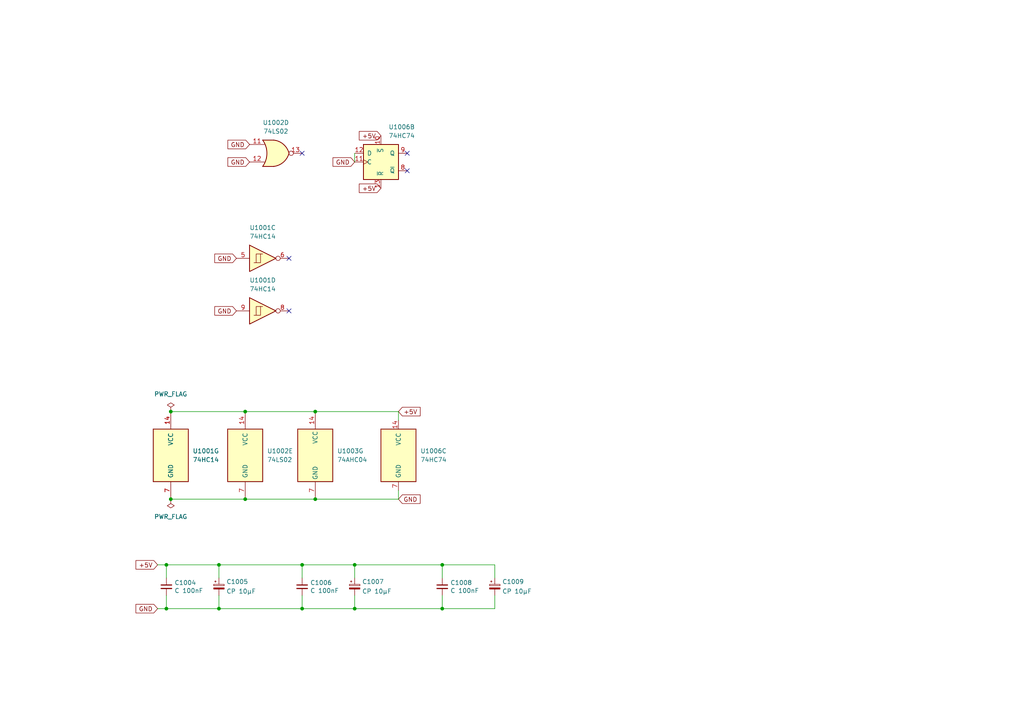
<source format=kicad_sch>
(kicad_sch (version 20231120) (generator "eeschema") (generator_version "8.0")
  (paper "A4")
  (title_block (title "Myth Microcontroller Project") (date "2024-09-21") (rev "1") (company "Picwok.com") (comment 1 "Project Contact: mim@ok-schalter.de (Michael)") (comment 2 "Author: Copyr. 2024 Michael Mangelsdorf/Dosflange@github") (comment 3 "Input-Output Module") (comment 4 "Glue Logic / Spare Units"))
  (lib_symbols
    (symbol "74xx:74AHC04"
      (property "Reference" "U" (at 0 1.27 0))
      (property "Value" "74AHC04" (at 0 -1.27 0))
      (symbol "74AHC04_1_0"
        (polyline (pts (xy -3.81 3.81) (xy -3.81 -3.81) (xy 3.81 0) (xy -3.81 3.81)) (stroke (width 0.254)) (fill (type background)))
        (pin input line (at -7.62 0 0) (length 3.81) (name "~") (number "1"))
        (pin output inverted (at 7.62 0 180) (length 3.81) (name "~") (number "2"))
      )
      (symbol "74AHC04_2_0"
        (polyline (pts (xy -3.81 3.81) (xy -3.81 -3.81) (xy 3.81 0) (xy -3.81 3.81)) (stroke (width 0.254)) (fill (type background)))
        (pin input line (at -7.62 0 0) (length 3.81) (name "~") (number "3"))
        (pin output inverted (at 7.62 0 180) (length 3.81) (name "~") (number "4"))
      )
      (symbol "74AHC04_3_0"
        (polyline (pts (xy -3.81 3.81) (xy -3.81 -3.81) (xy 3.81 0) (xy -3.81 3.81)) (stroke (width 0.254)) (fill (type background)))
        (pin input line (at -7.62 0 0) (length 3.81) (name "~") (number "5"))
        (pin output inverted (at 7.62 0 180) (length 3.81) (name "~") (number "6"))
      )
      (symbol "74AHC04_4_0"
        (polyline (pts (xy -3.81 3.81) (xy -3.81 -3.81) (xy 3.81 0) (xy -3.81 3.81)) (stroke (width 0.254)) (fill (type background)))
        (pin output inverted (at 7.62 0 180) (length 3.81) (name "~") (number "8"))
        (pin input line (at -7.62 0 0) (length 3.81) (name "~") (number "9"))
      )
      (symbol "74AHC04_5_0"
        (polyline (pts (xy -3.81 3.81) (xy -3.81 -3.81) (xy 3.81 0) (xy -3.81 3.81)) (stroke (width 0.254)) (fill (type background)))
        (pin output inverted (at 7.62 0 180) (length 3.81) (name "~") (number "10"))
        (pin input line (at -7.62 0 0) (length 3.81) (name "~") (number "11"))
      )
      (symbol "74AHC04_6_0"
        (polyline (pts (xy -3.81 3.81) (xy -3.81 -3.81) (xy 3.81 0) (xy -3.81 3.81)) (stroke (width 0.254)) (fill (type background)))
        (pin output inverted (at 7.62 0 180) (length 3.81) (name "~") (number "12"))
        (pin input line (at -7.62 0 0) (length 3.81) (name "~") (number "13"))
      )
      (symbol "74AHC04_7_0"
        (pin power_in line (at 0 12.7 270) (length 5.08) (name "VCC") (number "14"))
        (pin power_in line (at 0 -12.7 90) (length 5.08) (name "GND") (number "7"))
      )
      (symbol "74AHC04_7_1"
        (rectangle (start -5.08 7.62) (end 5.08 -7.62) (stroke (width 0.254)) (fill (type background)))
      )
    )
    (symbol "74xx:74HC14" (pin_names (offset 1.016))
      (property "Reference" "U" (at 0 1.27 0))
      (property "Value" "74HC14" (at 0 -1.27 0))
      (symbol "74HC14_1_0"
        (polyline (pts (xy -3.81 3.81) (xy -3.81 -3.81) (xy 3.81 0) (xy -3.81 3.81)) (stroke (width 0.254)) (fill (type background)))
        (pin input line (at -7.62 0 0) (length 3.81) (name "~") (number "1"))
        (pin output inverted (at 7.62 0 180) (length 3.81) (name "~") (number "2"))
      )
      (symbol "74HC14_1_1"
        (polyline (pts (xy -1.905 -1.27) (xy -1.905 1.27) (xy -0.635 1.27)))
        (polyline (pts (xy -2.54 -1.27) (xy -0.635 -1.27) (xy -0.635 1.27) (xy 0 1.27)))
      )
      (symbol "74HC14_2_0"
        (polyline (pts (xy -3.81 3.81) (xy -3.81 -3.81) (xy 3.81 0) (xy -3.81 3.81)) (stroke (width 0.254)) (fill (type background)))
        (pin input line (at -7.62 0 0) (length 3.81) (name "~") (number "3"))
        (pin output inverted (at 7.62 0 180) (length 3.81) (name "~") (number "4"))
      )
      (symbol "74HC14_2_1"
        (polyline (pts (xy -1.905 -1.27) (xy -1.905 1.27) (xy -0.635 1.27)))
        (polyline (pts (xy -2.54 -1.27) (xy -0.635 -1.27) (xy -0.635 1.27) (xy 0 1.27)))
      )
      (symbol "74HC14_3_0"
        (polyline (pts (xy -3.81 3.81) (xy -3.81 -3.81) (xy 3.81 0) (xy -3.81 3.81)) (stroke (width 0.254)) (fill (type background)))
        (pin input line (at -7.62 0 0) (length 3.81) (name "~") (number "5"))
        (pin output inverted (at 7.62 0 180) (length 3.81) (name "~") (number "6"))
      )
      (symbol "74HC14_3_1"
        (polyline (pts (xy -1.905 -1.27) (xy -1.905 1.27) (xy -0.635 1.27)))
        (polyline (pts (xy -2.54 -1.27) (xy -0.635 -1.27) (xy -0.635 1.27) (xy 0 1.27)))
      )
      (symbol "74HC14_4_0"
        (polyline (pts (xy -3.81 3.81) (xy -3.81 -3.81) (xy 3.81 0) (xy -3.81 3.81)) (stroke (width 0.254)) (fill (type background)))
        (pin output inverted (at 7.62 0 180) (length 3.81) (name "~") (number "8"))
        (pin input line (at -7.62 0 0) (length 3.81) (name "~") (number "9"))
      )
      (symbol "74HC14_4_1"
        (polyline (pts (xy -1.905 -1.27) (xy -1.905 1.27) (xy -0.635 1.27)))
        (polyline (pts (xy -2.54 -1.27) (xy -0.635 -1.27) (xy -0.635 1.27) (xy 0 1.27)))
      )
      (symbol "74HC14_5_0"
        (polyline (pts (xy -3.81 3.81) (xy -3.81 -3.81) (xy 3.81 0) (xy -3.81 3.81)) (stroke (width 0.254)) (fill (type background)))
        (pin output inverted (at 7.62 0 180) (length 3.81) (name "~") (number "10"))
        (pin input line (at -7.62 0 0) (length 3.81) (name "~") (number "11"))
      )
      (symbol "74HC14_5_1"
        (polyline (pts (xy -1.905 -1.27) (xy -1.905 1.27) (xy -0.635 1.27)))
        (polyline (pts (xy -2.54 -1.27) (xy -0.635 -1.27) (xy -0.635 1.27) (xy 0 1.27)))
      )
      (symbol "74HC14_6_0"
        (polyline (pts (xy -3.81 3.81) (xy -3.81 -3.81) (xy 3.81 0) (xy -3.81 3.81)) (stroke (width 0.254)) (fill (type background)))
        (pin output inverted (at 7.62 0 180) (length 3.81) (name "~") (number "12"))
        (pin input line (at -7.62 0 0) (length 3.81) (name "~") (number "13"))
      )
      (symbol "74HC14_6_1"
        (polyline (pts (xy -1.905 -1.27) (xy -1.905 1.27) (xy -0.635 1.27)))
        (polyline (pts (xy -2.54 -1.27) (xy -0.635 -1.27) (xy -0.635 1.27) (xy 0 1.27)))
      )
      (symbol "74HC14_7_0"
        (pin power_in line (at 0 12.7 270) (length 5.08) (name "VCC") (number "14"))
        (pin power_in line (at 0 -12.7 90) (length 5.08) (name "GND") (number "7"))
      )
      (symbol "74HC14_7_1"
        (rectangle (start -5.08 7.62) (end 5.08 -7.62) (stroke (width 0.254)) (fill (type background)))
      )
    )
    (symbol "74xx:74HC74" (pin_names (offset 1.016))
      (property "Reference" "U" (at -7.62 8.89 0))
      (property "Value" "74HC74" (at -7.62 -8.89 0))
      (symbol "74HC74_1_0"
        (pin input line (at 0 -7.62 90) (length 2.54) (name "~{R}") (number "1"))
        (pin input line (at -7.62 2.54 0) (length 2.54) (name "D") (number "2"))
        (pin input clock (at -7.62 0 0) (length 2.54) (name "C") (number "3"))
        (pin input line (at 0 7.62 270) (length 2.54) (name "~{S}") (number "4"))
        (pin output line (at 7.62 2.54 180) (length 2.54) (name "Q") (number "5"))
        (pin output line (at 7.62 -2.54 180) (length 2.54) (name "~{Q}") (number "6"))
      )
      (symbol "74HC74_1_1"
        (rectangle (start -5.08 5.08) (end 5.08 -5.08) (stroke (width 0.254)) (fill (type background)))
      )
      (symbol "74HC74_2_0"
        (pin input line (at 0 7.62 270) (length 2.54) (name "~{S}") (number "10"))
        (pin input clock (at -7.62 0 0) (length 2.54) (name "C") (number "11"))
        (pin input line (at -7.62 2.54 0) (length 2.54) (name "D") (number "12"))
        (pin input line (at 0 -7.62 90) (length 2.54) (name "~{R}") (number "13"))
        (pin output line (at 7.62 -2.54 180) (length 2.54) (name "~{Q}") (number "8"))
        (pin output line (at 7.62 2.54 180) (length 2.54) (name "Q") (number "9"))
      )
      (symbol "74HC74_2_1"
        (rectangle (start -5.08 5.08) (end 5.08 -5.08) (stroke (width 0.254)) (fill (type background)))
      )
      (symbol "74HC74_3_0"
        (pin power_in line (at 0 10.16 270) (length 2.54) (name "VCC") (number "14"))
        (pin power_in line (at 0 -10.16 90) (length 2.54) (name "GND") (number "7"))
      )
      (symbol "74HC74_3_1"
        (rectangle (start -5.08 7.62) (end 5.08 -7.62) (stroke (width 0.254)) (fill (type background)))
      )
    )
    (symbol "74xx:74LS02" (pin_names (offset 1.016))
      (property "Reference" "U" (at 0 1.27 0))
      (property "Value" "74LS02" (at 0 -1.27 0))
      (symbol "74LS02_1_1"
        (arc (start -3.81 -3.81) (mid -2.589 0) (end -3.81 3.81) (stroke (width 0.254)))
        (arc (start -0.6096 -3.81) (mid 2.1855 -2.584) (end 3.81 0) (stroke (width 0.254)) (fill (type background)))
        (polyline (pts (xy -3.81 -3.81) (xy -0.635 -3.81)) (stroke (width 0.254)) (fill (type background)))
        (polyline (pts (xy -3.81 3.81) (xy -0.635 3.81)) (stroke (width 0.254)) (fill (type background)))
        (polyline (pts (xy -0.635 3.81) (xy -3.81 3.81) (xy -3.81 3.81) (xy -3.556 3.4036) (xy -3.0226 2.2606) (xy -2.6924 1.0414) (xy -2.6162 -0.254) (xy -2.7686 -1.4986) (xy -3.175 -2.7178) (xy -3.81 -3.81) (xy -3.81 -3.81) (xy -0.635 -3.81)) (stroke (width -25.4)) (fill (type background)))
        (arc (start 3.81 0) (mid 2.1928 2.5925) (end -0.6096 3.81) (stroke (width 0.254)) (fill (type background)))
        (pin output inverted (at 7.62 0 180) (length 3.81) (name "~") (number "1"))
        (pin input line (at -7.62 2.54 0) (length 4.318) (name "~") (number "2"))
        (pin input line (at -7.62 -2.54 0) (length 4.318) (name "~") (number "3"))
      )
      (symbol "74LS02_1_2"
        (arc (start 0 -3.81) (mid 3.7934 0) (end 0 3.81) (stroke (width 0.254)) (fill (type background)))
        (polyline (pts (xy 0 3.81) (xy -3.81 3.81) (xy -3.81 -3.81) (xy 0 -3.81)) (stroke (width 0.254)) (fill (type background)))
        (pin output line (at 7.62 0 180) (length 3.81) (name "~") (number "1"))
        (pin input inverted (at -7.62 2.54 0) (length 3.81) (name "~") (number "2"))
        (pin input inverted (at -7.62 -2.54 0) (length 3.81) (name "~") (number "3"))
      )
      (symbol "74LS02_2_1"
        (arc (start -3.81 -3.81) (mid -2.589 0) (end -3.81 3.81) (stroke (width 0.254)))
        (arc (start -0.6096 -3.81) (mid 2.1855 -2.584) (end 3.81 0) (stroke (width 0.254)) (fill (type background)))
        (polyline (pts (xy -3.81 -3.81) (xy -0.635 -3.81)) (stroke (width 0.254)) (fill (type background)))
        (polyline (pts (xy -3.81 3.81) (xy -0.635 3.81)) (stroke (width 0.254)) (fill (type background)))
        (polyline (pts (xy -0.635 3.81) (xy -3.81 3.81) (xy -3.81 3.81) (xy -3.556 3.4036) (xy -3.0226 2.2606) (xy -2.6924 1.0414) (xy -2.6162 -0.254) (xy -2.7686 -1.4986) (xy -3.175 -2.7178) (xy -3.81 -3.81) (xy -3.81 -3.81) (xy -0.635 -3.81)) (stroke (width -25.4)) (fill (type background)))
        (arc (start 3.81 0) (mid 2.1928 2.5925) (end -0.6096 3.81) (stroke (width 0.254)) (fill (type background)))
        (pin output inverted (at 7.62 0 180) (length 3.81) (name "~") (number "4"))
        (pin input line (at -7.62 2.54 0) (length 4.318) (name "~") (number "5"))
        (pin input line (at -7.62 -2.54 0) (length 4.318) (name "~") (number "6"))
      )
      (symbol "74LS02_2_2"
        (arc (start 0 -3.81) (mid 3.7934 0) (end 0 3.81) (stroke (width 0.254)) (fill (type background)))
        (polyline (pts (xy 0 3.81) (xy -3.81 3.81) (xy -3.81 -3.81) (xy 0 -3.81)) (stroke (width 0.254)) (fill (type background)))
        (pin output line (at 7.62 0 180) (length 3.81) (name "~") (number "4"))
        (pin input inverted (at -7.62 2.54 0) (length 3.81) (name "~") (number "5"))
        (pin input inverted (at -7.62 -2.54 0) (length 3.81) (name "~") (number "6"))
      )
      (symbol "74LS02_3_1"
        (arc (start -3.81 -3.81) (mid -2.589 0) (end -3.81 3.81) (stroke (width 0.254)))
        (arc (start -0.6096 -3.81) (mid 2.1855 -2.584) (end 3.81 0) (stroke (width 0.254)) (fill (type background)))
        (polyline (pts (xy -3.81 -3.81) (xy -0.635 -3.81)) (stroke (width 0.254)) (fill (type background)))
        (polyline (pts (xy -3.81 3.81) (xy -0.635 3.81)) (stroke (width 0.254)) (fill (type background)))
        (polyline (pts (xy -0.635 3.81) (xy -3.81 3.81) (xy -3.81 3.81) (xy -3.556 3.4036) (xy -3.0226 2.2606) (xy -2.6924 1.0414) (xy -2.6162 -0.254) (xy -2.7686 -1.4986) (xy -3.175 -2.7178) (xy -3.81 -3.81) (xy -3.81 -3.81) (xy -0.635 -3.81)) (stroke (width -25.4)) (fill (type background)))
        (arc (start 3.81 0) (mid 2.1928 2.5925) (end -0.6096 3.81) (stroke (width 0.254)) (fill (type background)))
        (pin output inverted (at 7.62 0 180) (length 3.81) (name "~") (number "10"))
        (pin input line (at -7.62 2.54 0) (length 4.318) (name "~") (number "8"))
        (pin input line (at -7.62 -2.54 0) (length 4.318) (name "~") (number "9"))
      )
      (symbol "74LS02_3_2"
        (arc (start 0 -3.81) (mid 3.7934 0) (end 0 3.81) (stroke (width 0.254)) (fill (type background)))
        (polyline (pts (xy 0 3.81) (xy -3.81 3.81) (xy -3.81 -3.81) (xy 0 -3.81)) (stroke (width 0.254)) (fill (type background)))
        (pin output line (at 7.62 0 180) (length 3.81) (name "~") (number "10"))
        (pin input inverted (at -7.62 2.54 0) (length 3.81) (name "~") (number "8"))
        (pin input inverted (at -7.62 -2.54 0) (length 3.81) (name "~") (number "9"))
      )
      (symbol "74LS02_4_1"
        (arc (start -3.81 -3.81) (mid -2.589 0) (end -3.81 3.81) (stroke (width 0.254)))
        (arc (start -0.6096 -3.81) (mid 2.1855 -2.584) (end 3.81 0) (stroke (width 0.254)) (fill (type background)))
        (polyline (pts (xy -3.81 -3.81) (xy -0.635 -3.81)) (stroke (width 0.254)) (fill (type background)))
        (polyline (pts (xy -3.81 3.81) (xy -0.635 3.81)) (stroke (width 0.254)) (fill (type background)))
        (polyline (pts (xy -0.635 3.81) (xy -3.81 3.81) (xy -3.81 3.81) (xy -3.556 3.4036) (xy -3.0226 2.2606) (xy -2.6924 1.0414) (xy -2.6162 -0.254) (xy -2.7686 -1.4986) (xy -3.175 -2.7178) (xy -3.81 -3.81) (xy -3.81 -3.81) (xy -0.635 -3.81)) (stroke (width -25.4)) (fill (type background)))
        (arc (start 3.81 0) (mid 2.1928 2.5925) (end -0.6096 3.81) (stroke (width 0.254)) (fill (type background)))
        (pin input line (at -7.62 2.54 0) (length 4.318) (name "~") (number "11"))
        (pin input line (at -7.62 -2.54 0) (length 4.318) (name "~") (number "12"))
        (pin output inverted (at 7.62 0 180) (length 3.81) (name "~") (number "13"))
      )
      (symbol "74LS02_4_2"
        (arc (start 0 -3.81) (mid 3.7934 0) (end 0 3.81) (stroke (width 0.254)) (fill (type background)))
        (polyline (pts (xy 0 3.81) (xy -3.81 3.81) (xy -3.81 -3.81) (xy 0 -3.81)) (stroke (width 0.254)) (fill (type background)))
        (pin input inverted (at -7.62 2.54 0) (length 3.81) (name "~") (number "11"))
        (pin input inverted (at -7.62 -2.54 0) (length 3.81) (name "~") (number "12"))
        (pin output line (at 7.62 0 180) (length 3.81) (name "~") (number "13"))
      )
      (symbol "74LS02_5_0"
        (pin power_in line (at 0 12.7 270) (length 5.08) (name "VCC") (number "14"))
        (pin power_in line (at 0 -12.7 90) (length 5.08) (name "GND") (number "7"))
      )
      (symbol "74LS02_5_1"
        (rectangle (start -5.08 7.62) (end 5.08 -7.62) (stroke (width 0.254)) (fill (type background)))
      )
    )
    (symbol "Device:C_Polarized_Small" (pin_numbers hide) (pin_names (offset 0.254) hide)
      (property "Reference" "C" (at 0.254 1.778 0))
      (property "Value" "C_Polarized_Small" (at 0.254 -2.032 0))
      (symbol "C_Polarized_Small_0_1"
        (rectangle (start -1.524 -0.3048) (end 1.524 -0.6858) (fill (type outline)))
        (rectangle (start -1.524 0.6858) (end 1.524 0.3048))
        (polyline (pts (xy -1.27 1.524) (xy -0.762 1.524)))
        (polyline (pts (xy -1.016 1.27) (xy -1.016 1.778)))
      )
      (symbol "C_Polarized_Small_1_1"
        (pin passive line (at 0 2.54 270) (length 1.8542) (name "~") (number "1"))
        (pin passive line (at 0 -2.54 90) (length 1.8542) (name "~") (number "2"))
      )
    )
    (symbol "Device:C_Small" (pin_numbers hide) (pin_names (offset 0.254) hide)
      (property "Reference" "C" (at 0.254 1.778 0))
      (property "Value" "C_Small" (at 0.254 -2.032 0))
      (symbol "C_Small_0_1"
        (polyline (pts (xy -1.524 -0.508) (xy 1.524 -0.508)) (stroke (width 0.3302)))
        (polyline (pts (xy -1.524 0.508) (xy 1.524 0.508)) (stroke (width 0.3048)))
      )
      (symbol "C_Small_1_1"
        (pin passive line (at 0 2.54 270) (length 2.032) (name "~") (number "1"))
        (pin passive line (at 0 -2.54 90) (length 2.032) (name "~") (number "2"))
      )
    )
    (symbol "power:PWR_FLAG" (power) (pin_numbers hide) (pin_names (offset 0) hide)
      (property "Value" "PWR_FLAG" (at 0 3.81 0))
      (symbol "PWR_FLAG_0_0"
        (pin power_out line (at 0 0 90) (length 0) (name "~") (number "1"))
      )
      (symbol "PWR_FLAG_0_1"
        (polyline (pts (xy 0 0) (xy 0 1.27) (xy -1.016 1.905) (xy 0 2.54) (xy 1.016 1.905) (xy 0 1.27)))
      )
    )
  )
  (junction (at 102.87 163.83))
  (junction (at 71.12 144.78))
  (junction (at 48.26 176.53))
  (junction (at 49.53 119.38))
  (junction (at 63.5 176.53))
  (junction (at 128.27 176.53))
  (junction (at 63.5 163.83))
  (junction (at 91.44 119.38))
  (junction (at 91.44 144.78))
  (junction (at 71.12 119.38))
  (junction (at 102.87 176.53))
  (junction (at 49.53 144.78))
  (junction (at 87.63 176.53))
  (junction (at 128.27 163.83))
  (junction (at 87.63 163.83))
  (junction (at 48.26 163.83))
  (no_connect (at 118.11 49.53))
  (no_connect (at 118.11 44.45))
  (no_connect (at 83.82 90.17))
  (no_connect (at 87.63 44.45))
  (no_connect (at 83.82 74.93))
  (wire (pts (xy 87.63 176.53) (xy 102.87 176.53)))
  (wire (pts (xy 49.53 144.78) (xy 71.12 144.78)))
  (wire (pts (xy 115.57 119.38) (xy 115.57 121.92)))
  (wire (pts (xy 128.27 172.72) (xy 128.27 176.53)))
  (wire (pts (xy 48.26 167.64) (xy 48.26 163.83)))
  (wire (pts (xy 91.44 119.38) (xy 115.57 119.38)))
  (wire (pts (xy 87.63 163.83) (xy 102.87 163.83)))
  (wire (pts (xy 128.27 167.64) (xy 128.27 163.83)))
  (wire (pts (xy 49.53 119.38) (xy 71.12 119.38)))
  (wire (pts (xy 91.44 144.78) (xy 115.57 144.78)))
  (wire (pts (xy 63.5 176.53) (xy 87.63 176.53)))
  (wire (pts (xy 87.63 172.72) (xy 87.63 176.53)))
  (wire (pts (xy 63.5 163.83) (xy 87.63 163.83)))
  (wire (pts (xy 63.5 167.64) (xy 63.5 163.83)))
  (wire (pts (xy 143.51 172.72) (xy 143.51 176.53)))
  (wire (pts (xy 48.26 172.72) (xy 48.26 176.53)))
  (wire (pts (xy 48.26 176.53) (xy 63.5 176.53)))
  (wire (pts (xy 45.72 163.83) (xy 48.26 163.83)))
  (wire (pts (xy 71.12 144.78) (xy 91.44 144.78)))
  (wire (pts (xy 102.87 172.72) (xy 102.87 176.53)))
  (wire (pts (xy 102.87 44.45) (xy 102.87 46.99)))
  (wire (pts (xy 128.27 176.53) (xy 143.51 176.53)))
  (wire (pts (xy 63.5 172.72) (xy 63.5 176.53)))
  (wire (pts (xy 87.63 167.64) (xy 87.63 163.83)))
  (wire (pts (xy 45.72 176.53) (xy 48.26 176.53)))
  (wire (pts (xy 115.57 142.24) (xy 115.57 144.78)))
  (wire (pts (xy 71.12 119.38) (xy 91.44 119.38)))
  (wire (pts (xy 102.87 167.64) (xy 102.87 163.83)))
  (wire (pts (xy 143.51 167.64) (xy 143.51 163.83)))
  (wire (pts (xy 102.87 163.83) (xy 128.27 163.83)))
  (wire (pts (xy 48.26 163.83) (xy 63.5 163.83)))
  (wire (pts (xy 128.27 163.83) (xy 143.51 163.83)))
  (wire (pts (xy 102.87 176.53) (xy 128.27 176.53)))
  (global_label "+5V" (shape input) (at 115.57 119.38 0) (property "Intersheetrefs" "${INTERSHEET_REFS}" (effects (hide yes))))
  (global_label "GND" (shape input) (at 102.87 46.99 180) (property "Intersheetrefs" "${INTERSHEET_REFS}" (effects (hide yes))))
  (global_label "GND" (shape input) (at 68.58 74.93 180) (property "Intersheetrefs" "${INTERSHEET_REFS}" (effects (hide yes))))
  (global_label "+5V" (shape input) (at 110.49 39.37 180) (property "Intersheetrefs" "${INTERSHEET_REFS}" (effects (hide yes))))
  (global_label "GND" (shape input) (at 72.39 41.91 180) (property "Intersheetrefs" "${INTERSHEET_REFS}" (effects (hide yes))))
  (global_label "GND" (shape input) (at 45.72 176.53 180) (property "Intersheetrefs" "${INTERSHEET_REFS}" (effects (hide yes))))
  (global_label "GND" (shape input) (at 72.39 46.99 180) (property "Intersheetrefs" "${INTERSHEET_REFS}" (effects (hide yes))))
  (global_label "+5V" (shape input) (at 45.72 163.83 180) (property "Intersheetrefs" "${INTERSHEET_REFS}" (effects (hide yes))))
  (global_label "+5V" (shape input) (at 110.49 54.61 180) (property "Intersheetrefs" "${INTERSHEET_REFS}" (effects (hide yes))))
  (global_label "GND" (shape input) (at 115.57 144.78 0) (property "Intersheetrefs" "${INTERSHEET_REFS}" (effects (hide yes))))
  (global_label "GND" (shape input) (at 68.58 90.17 180) (property "Intersheetrefs" "${INTERSHEET_REFS}" (effects (hide yes))))
  (symbol (lib_id "74xx:74LS02") (at 71.12 132.08 0) (unit 5)
    (property "Reference" "U1002" (at 77.47 130.8099 0) (effects (justify left)))
    (property "Value" "74LS02" (at 77.47 133.3499 0) (effects (justify left)))
    (property "Footprint" "Package_DIP:DIP-14_W7.62mm_Socket_LongPads" (effects (hide yes)))
    (property "Datasheet" "http://www.ti.com/lit/gpn/sn74ls02" (effects (hide yes)))
    (property "Description" "quad 2-input NOR gate" (effects (hide yes)))
  )
  (symbol (lib_id "Device:C_Polarized_Small") (at 102.87 170.18 0) (unit 1)
    (property "Reference" "C1007" (at 105.029 168.7254 0) (effects (justify left)))
    (property "Value" "CP 10μF" (at 105.029 171.5005 0) (effects (justify left)))
    (property "Footprint" "Capacitor_THT:CP_Radial_D6.3mm_P2.50mm" (effects (hide yes)))
  )
  (symbol (lib_id "74xx:74HC74") (at 115.57 132.08 0) (unit 3)
    (property "Reference" "U1006" (at 121.92 130.8099 0) (effects (justify left)))
    (property "Value" "74HC74" (at 121.92 133.3499 0) (effects (justify left)))
    (property "Footprint" "Package_DIP:DIP-14_W7.62mm_Socket_LongPads" (effects (hide yes)))
    (property "Datasheet" "74xx/74hc_hct74.pdf" (effects (hide yes)))
    (property "Description" "Dual D Flip-flop, Set & Reset" (effects (hide yes)))
  )
  (symbol (lib_id "power:PWR_FLAG") (at 49.53 144.78 180) (unit 1)
    (property "Reference" "#FLG01002" (effects (hide yes)))
    (property "Value" "PWR_FLAG" (at 49.53 149.86 0))
    (property "Description" "Special symbol for telling ERC where power comes from" (effects (hide yes)))
  )
  (symbol (lib_id "power:PWR_FLAG") (at 49.53 119.38 0) (unit 1)
    (property "Reference" "#FLG01001" (effects (hide yes)))
    (property "Value" "PWR_FLAG" (at 49.53 114.3 0))
    (property "Description" "Special symbol for telling ERC where power comes from" (effects (hide yes)))
  )
  (symbol (lib_id "74xx:74HC74") (at 110.49 46.99 0) (unit 2)
    (property "Reference" "U1006" (at 112.6841 36.83 0) (effects (justify left)))
    (property "Value" "74HC74" (at 112.6841 39.37 0) (effects (justify left)))
    (property "Footprint" "Package_DIP:DIP-14_W7.62mm_Socket_LongPads" (effects (hide yes)))
    (property "Datasheet" "74xx/74hc_hct74.pdf" (effects (hide yes)))
    (property "Description" "Dual D Flip-flop, Set & Reset" (effects (hide yes)))
  )
  (symbol (lib_id "74xx:74AHC04") (at 91.44 132.08 0) (unit 7)
    (property "Reference" "U1003" (at 97.79 130.8099 0) (effects (justify left)))
    (property "Value" "74AHC04" (at 97.79 133.3499 0) (effects (justify left)))
    (property "Footprint" "Package_DIP:DIP-14_W7.62mm_Socket_LongPads" (effects (hide yes)))
    (property "Datasheet" "https://assets.nexperia.com/documents/data-sheet/74AHC_AHCT04.pdf" (effects (hide yes)))
    (property "Description" "Hex Inverter" (effects (hide yes)))
  )
  (symbol (lib_id "74xx:74LS02") (at 80.01 44.45 0) (unit 4)
    (property "Reference" "U1002" (at 80.01 35.56 0))
    (property "Value" "74LS02" (at 80.01 38.1 0))
    (property "Footprint" "Package_DIP:DIP-14_W7.62mm_Socket_LongPads" (effects (hide yes)))
    (property "Datasheet" "http://www.ti.com/lit/gpn/sn74ls02" (effects (hide yes)))
    (property "Description" "quad 2-input NOR gate" (effects (hide yes)))
  )
  (symbol (lib_id "74xx:74HC14") (at 76.2 90.17 0) (unit 4)
    (property "Reference" "U1001" (at 76.2 81.28 0))
    (property "Value" "74HC14" (at 76.2 83.82 0))
    (property "Footprint" "Package_DIP:DIP-14_W7.62mm_Socket_LongPads" (effects (hide yes)))
    (property "Datasheet" "http://www.ti.com/lit/gpn/sn74HC14" (effects (hide yes)))
    (property "Description" "Hex inverter schmitt trigger" (effects (hide yes)))
  )
  (symbol (lib_id "Device:C_Polarized_Small") (at 63.5 170.18 0) (unit 1)
    (property "Reference" "C1005" (at 65.659 168.7254 0) (effects (justify left)))
    (property "Value" "CP 10μF" (at 65.659 171.5005 0) (effects (justify left)))
    (property "Footprint" "Capacitor_THT:CP_Radial_D6.3mm_P2.50mm" (effects (hide yes)))
  )
  (symbol (lib_id "Device:C_Polarized_Small") (at 143.51 170.18 0) (unit 1)
    (property "Reference" "C1009" (at 145.669 168.7254 0) (effects (justify left)))
    (property "Value" "CP 10μF" (at 145.669 171.5005 0) (effects (justify left)))
    (property "Footprint" "Capacitor_THT:CP_Radial_D6.3mm_P2.50mm" (effects (hide yes)))
  )
  (symbol (lib_id "Device:C_Small") (at 87.63 170.18 0) (unit 1)
    (property "Reference" "C1006" (at 89.9668 169.0116 0) (effects (justify left)))
    (property "Value" "C 100nF" (at 89.9668 171.323 0) (effects (justify left)))
    (property "Footprint" "Capacitor_THT:C_Disc_D5.0mm_W2.5mm_P2.50mm" (effects (hide yes)))
  )
  (symbol (lib_id "74xx:74HC14") (at 49.53 132.08 0) (unit 7)
    (property "Reference" "U1001" (at 55.88 130.8099 0) (effects (justify left)))
    (property "Value" "74HC14" (at 55.88 133.3499 0) (effects (justify left)))
    (property "Footprint" "Package_DIP:DIP-14_W7.62mm_Socket_LongPads" (effects (hide yes)))
    (property "Datasheet" "http://www.ti.com/lit/gpn/sn74HC14" (effects (hide yes)))
    (property "Description" "Hex inverter schmitt trigger" (effects (hide yes)))
  )
  (symbol (lib_id "Device:C_Small") (at 48.26 170.18 0) (unit 1)
    (property "Reference" "C1004" (at 50.5968 169.0116 0) (effects (justify left)))
    (property "Value" "C 100nF" (at 50.5968 171.323 0) (effects (justify left)))
    (property "Footprint" "Capacitor_THT:C_Disc_D5.0mm_W2.5mm_P2.50mm" (effects (hide yes)))
  )
  (symbol (lib_id "74xx:74HC14") (at 76.2 74.93 0) (unit 3)
    (property "Reference" "U1001" (at 76.2 66.04 0))
    (property "Value" "74HC14" (at 76.2 68.58 0))
    (property "Footprint" "Package_DIP:DIP-14_W7.62mm_Socket_LongPads" (effects (hide yes)))
    (property "Datasheet" "http://www.ti.com/lit/gpn/sn74HC14" (effects (hide yes)))
    (property "Description" "Hex inverter schmitt trigger" (effects (hide yes)))
  )
  (symbol (lib_id "Device:C_Small") (at 128.27 170.18 0) (unit 1)
    (property "Reference" "C1008" (at 130.6068 169.0116 0) (effects (justify left)))
    (property "Value" "C 100nF" (at 130.6068 171.323 0) (effects (justify left)))
    (property "Footprint" "Capacitor_THT:C_Disc_D5.0mm_W2.5mm_P2.50mm" (effects (hide yes)))
  )
)
</source>
